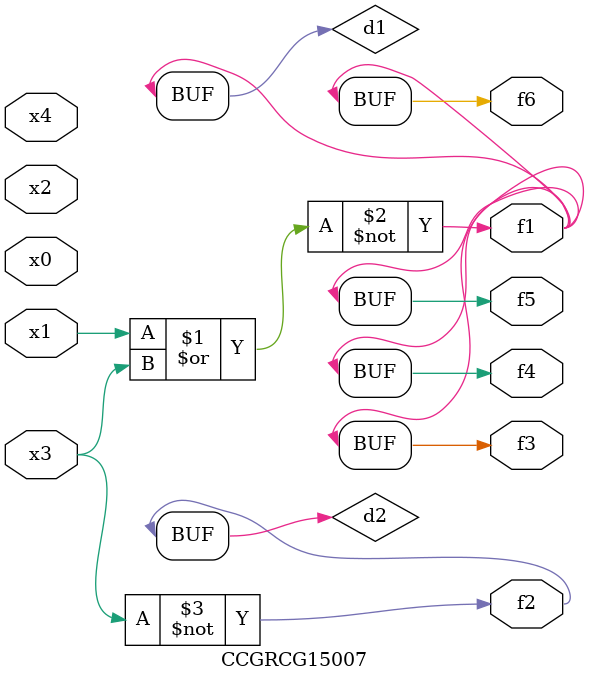
<source format=v>
module CCGRCG15007(
	input x0, x1, x2, x3, x4,
	output f1, f2, f3, f4, f5, f6
);

	wire d1, d2;

	nor (d1, x1, x3);
	not (d2, x3);
	assign f1 = d1;
	assign f2 = d2;
	assign f3 = d1;
	assign f4 = d1;
	assign f5 = d1;
	assign f6 = d1;
endmodule

</source>
